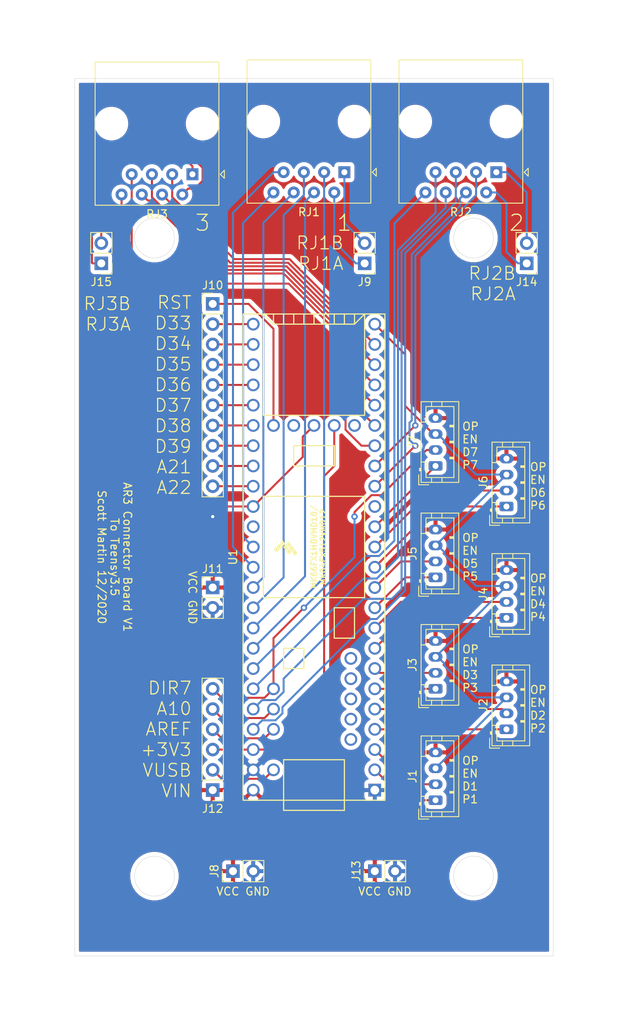
<source format=kicad_pcb>
(kicad_pcb (version 20171130) (host pcbnew 5.1.5+dfsg1-2build2)
  (layers (0 F.Cu signal) (31 B.Cu signal) (34 B.Paste user) (35 F.Paste user) (36 B.SilkS user) (37 F.SilkS user) (38 B.Mask user) (39 F.Mask user) (44 Edge.Cuts user))
  (net 0 "")
  (net 1 +3V3)
  (net 2 GND)
  (net 3 /RJ3B)
  (net 4 /RJ3A)
  (net 5 /RJ2B)
  (net 6 /RJ2A)
  (net 7 /RJ1B)
  (net 8 /RJ1A)
  (net 9 "Net-(J10-Pad10)")
  (net 10 "Net-(J10-Pad9)")
  (net 11 "Net-(J10-Pad8)")
  (net 12 "Net-(J10-Pad7)")
  (net 13 "Net-(J10-Pad6)")
  (net 14 "Net-(J10-Pad5)")
  (net 15 "Net-(J10-Pad4)")
  (net 16 "Net-(J10-Pad3)")
  (net 17 "Net-(J10-Pad2)")
  (net 18 "Net-(J10-Pad1)")
  (net 19 "Net-(J12-Pad5)")
  (net 20 "Net-(J12-Pad4)")
  (net 21 "Net-(J12-Pad2)")
  (net 22 /J1A)
  (net 23 /J1B)
  (net 24 /J2A)
  (net 25 /J2B)
  (net 26 /J3A)
  (net 27 /J3B)
  (net 28 /J4A)
  (net 29 /J4B)
  (net 30 /J5A)
  (net 31 /J5B)
  (net 32 /J6A)
  (net 33 /J6B)
  (net 34 /J1LIM)
  (net 35 /J2LIM)
  (net 36 /J3LIM)
  (net 37 /J4LIM)
  (net 38 /J5LIM)
  (net 39 /J6LIM)
  (net 40 OPTO)
  (net 41 /ENA)
  (net 42 /DIR1)
  (net 43 /PUL1)
  (net 44 /DIR2)
  (net 45 /PUL2)
  (net 46 /DIR3)
  (net 47 /PUL3)
  (net 48 /DIR4)
  (net 49 /PUL4)
  (net 50 /DIR5)
  (net 51 /PUL5)
  (net 52 /DIR6)
  (net 53 /PUL6)
  (net 54 /DIR7)
  (net 55 /PUL7)
  (module Connector_PinHeader_2.54mm:PinHeader_1x02_P2.54mm_Vertical (layer F.Cu) (at 7.62 39.37 90)
    (fp_text reference J13 (at 0 -2.33 90) (layer F.SilkS))
    (fp_text value Conn_01x02_Male)
    (pad 2 thru_hole oval (at 0 2.54 90) (size 1.7 1.7) (drill 1) (layers *.Cu *.Mask) (net 2 GND))
    (pad 1 thru_hole rect (at 0 0 90) (size 1.7 1.7) (drill 1) (layers *.Cu *.Mask) (net 40 OPTO))
  )
  (module Connector_PinHeader_2.54mm:PinHeader_1x02_P2.54mm_Vertical (layer F.Cu) (at -12.7 3.81)
    (fp_text reference J11 (at 0 -2.33) (layer F.SilkS))
    (fp_text value Conn_01x02_Male)
    (pad 2 thru_hole oval (at 0 2.54) (size 1.7 1.7) (drill 1) (layers *.Cu *.Mask) (net 2 GND))
    (pad 1 thru_hole rect (at 0 0) (size 1.7 1.7) (drill 1) (layers *.Cu *.Mask) (net 40 OPTO))
  )
  (module Connector_PinHeader_2.54mm:PinHeader_1x06_P2.54mm_Vertical (layer F.Cu) (at -12.7 29.21 180)
    (fp_text reference J12 (at 0 -2.33) (layer F.SilkS))
    (fp_text value Conn_01x06_Male)
    (pad 6 thru_hole oval (at 0 12.7 180) (size 1.7 1.7) (drill 1) (layers *.Cu *.Mask) (net 54 /DIR7))
    (pad 5 thru_hole oval (at 0 10.16 180) (size 1.7 1.7) (drill 1) (layers *.Cu *.Mask) (net 19 "Net-(J12-Pad5)"))
    (pad 4 thru_hole oval (at 0 7.62 180) (size 1.7 1.7) (drill 1) (layers *.Cu *.Mask) (net 20 "Net-(J12-Pad4)"))
    (pad 3 thru_hole oval (at 0 5.08 180) (size 1.7 1.7) (drill 1) (layers *.Cu *.Mask) (net 1 +3V3))
    (pad 2 thru_hole oval (at 0 2.54 180) (size 1.7 1.7) (drill 1) (layers *.Cu *.Mask) (net 21 "Net-(J12-Pad2)"))
    (pad 1 thru_hole rect (at 0 0 180) (size 1.7 1.7) (drill 1) (layers *.Cu *.Mask) (net 40 OPTO))
  )
  (module Connector_PinHeader_2.54mm:PinHeader_1x02_P2.54mm_Vertical (layer F.Cu) (at -26.67 -36.83 180)
    (fp_text reference J15 (at 0 -2.33) (layer F.SilkS))
    (fp_text value Conn_01x02_Male)
    (pad 2 thru_hole oval (at 0 2.54 180) (size 1.7 1.7) (drill 1) (layers *.Cu *.Mask) (net 3 /RJ3B))
    (pad 1 thru_hole rect (at 0 0 180) (size 1.7 1.7) (drill 1) (layers *.Cu *.Mask) (net 4 /RJ3A))
  )
  (module Connector_PinHeader_2.54mm:PinHeader_1x02_P2.54mm_Vertical (layer F.Cu) (at 26.67 -36.83 180)
    (fp_text reference J14 (at 0 -2.33) (layer F.SilkS))
    (fp_text value Conn_01x02_Male)
    (pad 2 thru_hole oval (at 0 2.54 180) (size 1.7 1.7) (drill 1) (layers *.Cu *.Mask) (net 5 /RJ2B))
    (pad 1 thru_hole rect (at 0 0 180) (size 1.7 1.7) (drill 1) (layers *.Cu *.Mask) (net 6 /RJ2A))
  )
  (module Connector_PinHeader_2.54mm:PinHeader_1x02_P2.54mm_Vertical (layer F.Cu) (at 6.35 -36.83 180)
    (fp_text reference J9 (at 0 -2.33) (layer F.SilkS))
    (fp_text value Conn_01x02_Male)
    (pad 2 thru_hole oval (at 0 2.54 180) (size 1.7 1.7) (drill 1) (layers *.Cu *.Mask) (net 7 /RJ1B))
    (pad 1 thru_hole rect (at 0 0 180) (size 1.7 1.7) (drill 1) (layers *.Cu *.Mask) (net 8 /RJ1A))
  )
  (module Connector_RJ:RJ45_Amphenol_54602-x08_Horizontal (layer F.Cu) (at -15.24 -48 180)
    (fp_text reference RJ3 (at 4.445 -5) (layer F.SilkS))
    (fp_text value RJ45)
    (pad 8 thru_hole circle (at 8.89 -2.54 180) (size 1.5 1.5) (drill 0.76) (layers *.Cu *.Mask) (net 34 /J1LIM))
    (pad 7 thru_hole circle (at 7.62 0 180) (size 1.5 1.5) (drill 0.76) (layers *.Cu *.Mask) (net 35 /J2LIM))
    (pad 6 thru_hole circle (at 6.35 -2.54 180) (size 1.5 1.5) (drill 0.76) (layers *.Cu *.Mask) (net 36 /J3LIM))
    (pad 5 thru_hole circle (at 5.08 0 180) (size 1.5 1.5) (drill 0.76) (layers *.Cu *.Mask) (net 37 /J4LIM))
    (pad 4 thru_hole circle (at 3.81 -2.54 180) (size 1.5 1.5) (drill 0.76) (layers *.Cu *.Mask) (net 38 /J5LIM))
    (pad 3 thru_hole circle (at 2.54 0 180) (size 1.5 1.5) (drill 0.76) (layers *.Cu *.Mask) (net 39 /J6LIM))
    (pad 2 thru_hole circle (at 1.27 -2.54 180) (size 1.5 1.5) (drill 0.76) (layers *.Cu *.Mask) (net 4 /RJ3A))
    (pad 1 thru_hole rect (at 0 0 180) (size 1.5 1.5) (drill 0.76) (layers *.Cu *.Mask) (net 3 /RJ3B))
    (pad "" np_thru_hole circle (at -1.27 6.35 180) (size 3.2 3.2) (drill 3.2) (layers *.Cu *.Mask))
    (pad "" np_thru_hole circle (at 10.16 6.35 180) (size 3.2 3.2) (drill 3.2) (layers *.Cu *.Mask))
  )
  (module Connector_RJ:RJ45_Amphenol_54602-x08_Horizontal (layer F.Cu) (at 22.86 -48.26 180)
    (fp_text reference RJ2 (at 4.445 -5) (layer F.SilkS))
    (fp_text value RJ45)
    (pad 8 thru_hole circle (at 8.89 -2.54 180) (size 1.5 1.5) (drill 0.76) (layers *.Cu *.Mask) (net 28 /J4A))
    (pad 7 thru_hole circle (at 7.62 0 180) (size 1.5 1.5) (drill 0.76) (layers *.Cu *.Mask) (net 29 /J4B))
    (pad 6 thru_hole circle (at 6.35 -2.54 180) (size 1.5 1.5) (drill 0.76) (layers *.Cu *.Mask) (net 30 /J5A))
    (pad 5 thru_hole circle (at 5.08 0 180) (size 1.5 1.5) (drill 0.76) (layers *.Cu *.Mask) (net 31 /J5B))
    (pad 4 thru_hole circle (at 3.81 -2.54 180) (size 1.5 1.5) (drill 0.76) (layers *.Cu *.Mask) (net 32 /J6A))
    (pad 3 thru_hole circle (at 2.54 0 180) (size 1.5 1.5) (drill 0.76) (layers *.Cu *.Mask) (net 33 /J6B))
    (pad 2 thru_hole circle (at 1.27 -2.54 180) (size 1.5 1.5) (drill 0.76) (layers *.Cu *.Mask) (net 6 /RJ2A))
    (pad 1 thru_hole rect (at 0 0 180) (size 1.5 1.5) (drill 0.76) (layers *.Cu *.Mask) (net 5 /RJ2B))
    (pad "" np_thru_hole circle (at -1.27 6.35 180) (size 3.2 3.2) (drill 3.2) (layers *.Cu *.Mask))
    (pad "" np_thru_hole circle (at 10.16 6.35 180) (size 3.2 3.2) (drill 3.2) (layers *.Cu *.Mask))
  )
  (module Connector_RJ:RJ45_Amphenol_54602-x08_Horizontal (layer F.Cu) (at 3.81 -48.26 180)
    (fp_text reference RJ1 (at 4.445 -5) (layer F.SilkS))
    (fp_text value RJ45)
    (pad 8 thru_hole circle (at 8.89 -2.54 180) (size 1.5 1.5) (drill 0.76) (layers *.Cu *.Mask) (net 22 /J1A))
    (pad 7 thru_hole circle (at 7.62 0 180) (size 1.5 1.5) (drill 0.76) (layers *.Cu *.Mask) (net 23 /J1B))
    (pad 6 thru_hole circle (at 6.35 -2.54 180) (size 1.5 1.5) (drill 0.76) (layers *.Cu *.Mask) (net 24 /J2A))
    (pad 5 thru_hole circle (at 5.08 0 180) (size 1.5 1.5) (drill 0.76) (layers *.Cu *.Mask) (net 25 /J2B))
    (pad 4 thru_hole circle (at 3.81 -2.54 180) (size 1.5 1.5) (drill 0.76) (layers *.Cu *.Mask) (net 26 /J3A))
    (pad 3 thru_hole circle (at 2.54 0 180) (size 1.5 1.5) (drill 0.76) (layers *.Cu *.Mask) (net 27 /J3B))
    (pad 2 thru_hole circle (at 1.27 -2.54 180) (size 1.5 1.5) (drill 0.76) (layers *.Cu *.Mask) (net 8 /RJ1A))
    (pad 1 thru_hole rect (at 0 0 180) (size 1.5 1.5) (drill 0.76) (layers *.Cu *.Mask) (net 7 /RJ1B))
    (pad "" np_thru_hole circle (at -1.27 6.35 180) (size 3.2 3.2) (drill 3.2) (layers *.Cu *.Mask))
    (pad "" np_thru_hole circle (at 10.16 6.35 180) (size 3.2 3.2) (drill 3.2) (layers *.Cu *.Mask))
  )
  (module Connector_PinHeader_2.54mm:PinHeader_1x10_P2.54mm_Vertical (layer F.Cu) (at -12.7 -31.75)
    (fp_text reference J10 (at 0 -2.33) (layer F.SilkS))
    (fp_text value Conn_01x10_Male)
    (pad 10 thru_hole oval (at 0 22.86) (size 1.7 1.7) (drill 1) (layers *.Cu *.Mask) (net 9 "Net-(J10-Pad10)"))
    (pad 9 thru_hole oval (at 0 20.32) (size 1.7 1.7) (drill 1) (layers *.Cu *.Mask) (net 10 "Net-(J10-Pad9)"))
    (pad 8 thru_hole oval (at 0 17.78) (size 1.7 1.7) (drill 1) (layers *.Cu *.Mask) (net 11 "Net-(J10-Pad8)"))
    (pad 7 thru_hole oval (at 0 15.24) (size 1.7 1.7) (drill 1) (layers *.Cu *.Mask) (net 12 "Net-(J10-Pad7)"))
    (pad 6 thru_hole oval (at 0 12.7) (size 1.7 1.7) (drill 1) (layers *.Cu *.Mask) (net 13 "Net-(J10-Pad6)"))
    (pad 5 thru_hole oval (at 0 10.16) (size 1.7 1.7) (drill 1) (layers *.Cu *.Mask) (net 14 "Net-(J10-Pad5)"))
    (pad 4 thru_hole oval (at 0 7.62) (size 1.7 1.7) (drill 1) (layers *.Cu *.Mask) (net 15 "Net-(J10-Pad4)"))
    (pad 3 thru_hole oval (at 0 5.08) (size 1.7 1.7) (drill 1) (layers *.Cu *.Mask) (net 16 "Net-(J10-Pad3)"))
    (pad 2 thru_hole oval (at 0 2.54) (size 1.7 1.7) (drill 1) (layers *.Cu *.Mask) (net 17 "Net-(J10-Pad2)"))
    (pad 1 thru_hole rect (at 0 0) (size 1.7 1.7) (drill 1) (layers *.Cu *.Mask) (net 18 "Net-(J10-Pad1)"))
  )
  (module Connector_PinHeader_2.54mm:PinHeader_1x02_P2.54mm_Vertical (layer F.Cu) (at -10.16 39.37 90)
    (fp_text reference J8 (at 0 -2.33 90) (layer F.SilkS))
    (fp_text value Conn_01x02_Male)
    (pad 2 thru_hole oval (at 0 2.54 90) (size 1.7 1.7) (drill 1) (layers *.Cu *.Mask) (net 2 GND))
    (pad 1 thru_hole rect (at 0 0 90) (size 1.7 1.7) (drill 1) (layers *.Cu *.Mask) (net 40 OPTO))
  )
  (module Connector_JST:JST_PH_B4B-PH-K_1x04_P2.00mm_Vertical (layer F.Cu) (at 15.24 -11.43 90)
    (fp_text reference J7 (at 3 -2.9 90) (layer F.SilkS))
    (fp_text value Conn_01x04_Male)
    (pad 4 thru_hole oval (at 6 0 90) (size 1.2 1.75) (drill 0.75) (layers *.Cu *.Mask) (net 40 OPTO))
    (pad 3 thru_hole oval (at 4 0 90) (size 1.2 1.75) (drill 0.75) (layers *.Cu *.Mask) (net 41 /ENA))
    (pad 2 thru_hole oval (at 2 0 90) (size 1.2 1.75) (drill 0.75) (layers *.Cu *.Mask) (net 54 /DIR7))
    (pad 1 thru_hole roundrect (at 0 0 90) (size 1.2 1.75) (drill 0.75) (layers *.Cu *.Mask) (roundrect_rratio 0.208333) (net 55 /PUL7))
  )
  (module Connector_JST:JST_PH_B4B-PH-K_1x04_P2.00mm_Vertical (layer F.Cu) (at 24.13 -6.35 90)
    (fp_text reference J6 (at 3 -2.9 90) (layer F.SilkS))
    (fp_text value Conn_01x04_Male)
    (pad 4 thru_hole oval (at 6 0 90) (size 1.2 1.75) (drill 0.75) (layers *.Cu *.Mask) (net 40 OPTO))
    (pad 3 thru_hole oval (at 4 0 90) (size 1.2 1.75) (drill 0.75) (layers *.Cu *.Mask) (net 41 /ENA))
    (pad 2 thru_hole oval (at 2 0 90) (size 1.2 1.75) (drill 0.75) (layers *.Cu *.Mask) (net 52 /DIR6))
    (pad 1 thru_hole roundrect (at 0 0 90) (size 1.2 1.75) (drill 0.75) (layers *.Cu *.Mask) (roundrect_rratio 0.208333) (net 53 /PUL6))
  )
  (module Connector_JST:JST_PH_B4B-PH-K_1x04_P2.00mm_Vertical (layer F.Cu) (at 15.24 2.54 90)
    (fp_text reference J5 (at 3 -2.9 90) (layer F.SilkS))
    (fp_text value Conn_01x04_Male)
    (pad 4 thru_hole oval (at 6 0 90) (size 1.2 1.75) (drill 0.75) (layers *.Cu *.Mask) (net 40 OPTO))
    (pad 3 thru_hole oval (at 4 0 90) (size 1.2 1.75) (drill 0.75) (layers *.Cu *.Mask) (net 41 /ENA))
    (pad 2 thru_hole oval (at 2 0 90) (size 1.2 1.75) (drill 0.75) (layers *.Cu *.Mask) (net 50 /DIR5))
    (pad 1 thru_hole roundrect (at 0 0 90) (size 1.2 1.75) (drill 0.75) (layers *.Cu *.Mask) (roundrect_rratio 0.208333) (net 51 /PUL5))
  )
  (module Connector_JST:JST_PH_B4B-PH-K_1x04_P2.00mm_Vertical (layer F.Cu) (at 24.13 7.62 90)
    (fp_text reference J4 (at 3 -2.9 90) (layer F.SilkS))
    (fp_text value Conn_01x04_Male)
    (pad 4 thru_hole oval (at 6 0 90) (size 1.2 1.75) (drill 0.75) (layers *.Cu *.Mask) (net 40 OPTO))
    (pad 3 thru_hole oval (at 4 0 90) (size 1.2 1.75) (drill 0.75) (layers *.Cu *.Mask) (net 41 /ENA))
    (pad 2 thru_hole oval (at 2 0 90) (size 1.2 1.75) (drill 0.75) (layers *.Cu *.Mask) (net 48 /DIR4))
    (pad 1 thru_hole roundrect (at 0 0 90) (size 1.2 1.75) (drill 0.75) (layers *.Cu *.Mask) (roundrect_rratio 0.208333) (net 49 /PUL4))
  )
  (module Connector_JST:JST_PH_B4B-PH-K_1x04_P2.00mm_Vertical (layer F.Cu) (at 15.24 16.51 90)
    (fp_text reference J3 (at 3 -2.9 90) (layer F.SilkS))
    (fp_text value Conn_01x04_Male)
    (pad 4 thru_hole oval (at 6 0 90) (size 1.2 1.75) (drill 0.75) (layers *.Cu *.Mask) (net 40 OPTO))
    (pad 3 thru_hole oval (at 4 0 90) (size 1.2 1.75) (drill 0.75) (layers *.Cu *.Mask) (net 41 /ENA))
    (pad 2 thru_hole oval (at 2 0 90) (size 1.2 1.75) (drill 0.75) (layers *.Cu *.Mask) (net 46 /DIR3))
    (pad 1 thru_hole roundrect (at 0 0 90) (size 1.2 1.75) (drill 0.75) (layers *.Cu *.Mask) (roundrect_rratio 0.208333) (net 47 /PUL3))
  )
  (module Connector_JST:JST_PH_B4B-PH-K_1x04_P2.00mm_Vertical (layer F.Cu) (at 24.13 21.59 90)
    (fp_text reference J2 (at 3 -2.9 90) (layer F.SilkS))
    (fp_text value Conn_01x04_Male)
    (pad 4 thru_hole oval (at 6 0 90) (size 1.2 1.75) (drill 0.75) (layers *.Cu *.Mask) (net 40 OPTO))
    (pad 3 thru_hole oval (at 4 0 90) (size 1.2 1.75) (drill 0.75) (layers *.Cu *.Mask) (net 41 /ENA))
    (pad 2 thru_hole oval (at 2 0 90) (size 1.2 1.75) (drill 0.75) (layers *.Cu *.Mask) (net 44 /DIR2))
    (pad 1 thru_hole roundrect (at 0 0 90) (size 1.2 1.75) (drill 0.75) (layers *.Cu *.Mask) (roundrect_rratio 0.208333) (net 45 /PUL2))
  )
  (module Connector_JST:JST_PH_B4B-PH-K_1x04_P2.00mm_Vertical (layer F.Cu) (at 15.24 30.48 90)
    (fp_text reference J1 (at 3 -2.9 90) (layer F.SilkS))
    (fp_text value Conn_01x04_Male)
    (pad 4 thru_hole oval (at 6 0 90) (size 1.2 1.75) (drill 0.75) (layers *.Cu *.Mask) (net 40 OPTO))
    (pad 3 thru_hole oval (at 4 0 90) (size 1.2 1.75) (drill 0.75) (layers *.Cu *.Mask) (net 41 /ENA))
    (pad 2 thru_hole oval (at 2 0 90) (size 1.2 1.75) (drill 0.75) (layers *.Cu *.Mask) (net 42 /DIR1))
    (pad 1 thru_hole roundrect (at 0 0 90) (size 1.2 1.75) (drill 0.75) (layers *.Cu *.Mask) (roundrect_rratio 0.208333) (net 43 /PUL1))
  )
  (module Teensy35:Teensy35_36 (layer F.Cu) (at 0 0 90)
    (fp_text reference U1 (at 0 -10.16 90) (layer F.SilkS))
    (fp_text value Teensy3.5)
    (fp_text user MK66FX1MBVMD18/ (at 1.27 0 90) (layer F.SilkS) (effects (font (size 0.7 0.7))))
    (fp_text user MK64FX512VMD12 (at 1.27 1.143 90) (layer F.SilkS) (effects (font (size 0.7 0.7))))
    (pad 17 thru_hole circle (at 11.43 7.62 90) (size 1.6 1.6) (drill 1.1) (layers *.Cu *.Mask) (net 33 /J6B))
    (pad 18 thru_hole circle (at 13.97 7.62 90) (size 1.6 1.6) (drill 1.1) (layers *.Cu *.Mask) (net 34 /J1LIM))
    (pad 19 thru_hole circle (at 16.51 7.62 90) (size 1.6 1.6) (drill 1.1) (layers *.Cu *.Mask) (net 35 /J2LIM))
    (pad 20 thru_hole circle (at 19.05 7.62 90) (size 1.6 1.6) (drill 1.1) (layers *.Cu *.Mask) (net 36 /J3LIM))
    (pad 16 thru_hole circle (at 8.89 7.62 90) (size 1.6 1.6) (drill 1.1) (layers *.Cu *.Mask) (net 32 /J6A))
    (pad 15 thru_hole circle (at 6.35 7.62 90) (size 1.6 1.6) (drill 1.1) (layers *.Cu *.Mask))
    (pad 14 thru_hole circle (at 3.81 7.62 90) (size 1.6 1.6) (drill 1.1) (layers *.Cu *.Mask) (net 55 /PUL7))
    (pad 21 thru_hole circle (at 21.59 7.62 90) (size 1.6 1.6) (drill 1.1) (layers *.Cu *.Mask) (net 37 /J4LIM))
    (pad 22 thru_hole circle (at 24.13 7.62 90) (size 1.6 1.6) (drill 1.1) (layers *.Cu *.Mask) (net 38 /J5LIM))
    (pad 23 thru_hole circle (at 26.67 7.62 90) (size 1.6 1.6) (drill 1.1) (layers *.Cu *.Mask) (net 39 /J6LIM))
    (pad 24 thru_hole circle (at 29.21 7.62 90) (size 1.6 1.6) (drill 1.1) (layers *.Cu *.Mask) (net 41 /ENA))
    (pad 25 thru_hole circle (at 16.51 5.08 90) (size 1.6 1.6) (drill 1.1) (layers *.Cu *.Mask))
    (pad 26 thru_hole circle (at 16.51 2.54 90) (size 1.6 1.6) (drill 1.1) (layers *.Cu *.Mask) (net 1 +3V3))
    (pad 27 thru_hole circle (at 16.51 0 90) (size 1.6 1.6) (drill 1.1) (layers *.Cu *.Mask) (net 2 GND))
    (pad 28 thru_hole circle (at 16.51 -2.54 90) (size 1.6 1.6) (drill 1.1) (layers *.Cu *.Mask))
    (pad 29 thru_hole circle (at 16.51 -5.08 90) (size 1.6 1.6) (drill 1.1) (layers *.Cu *.Mask) (net 18 "Net-(J10-Pad1)"))
    (pad 30 thru_hole circle (at 29.21 -7.62 90) (size 1.6 1.6) (drill 1.1) (layers *.Cu *.Mask) (net 17 "Net-(J10-Pad2)"))
    (pad 31 thru_hole circle (at 26.67 -7.62 90) (size 1.6 1.6) (drill 1.1) (layers *.Cu *.Mask) (net 16 "Net-(J10-Pad3)"))
    (pad 32 thru_hole circle (at 24.13 -7.62 90) (size 1.6 1.6) (drill 1.1) (layers *.Cu *.Mask) (net 15 "Net-(J10-Pad4)"))
    (pad 33 thru_hole circle (at 21.59 -7.62 90) (size 1.6 1.6) (drill 1.1) (layers *.Cu *.Mask) (net 14 "Net-(J10-Pad5)"))
    (pad 34 thru_hole circle (at 19.05 -7.62 90) (size 1.6 1.6) (drill 1.1) (layers *.Cu *.Mask) (net 13 "Net-(J10-Pad6)"))
    (pad 35 thru_hole circle (at 16.51 -7.62 90) (size 1.6 1.6) (drill 1.1) (layers *.Cu *.Mask) (net 12 "Net-(J10-Pad7)"))
    (pad 36 thru_hole circle (at 13.97 -7.62 90) (size 1.6 1.6) (drill 1.1) (layers *.Cu *.Mask) (net 11 "Net-(J10-Pad8)"))
    (pad 37 thru_hole circle (at 11.43 -7.62 90) (size 1.6 1.6) (drill 1.1) (layers *.Cu *.Mask) (net 10 "Net-(J10-Pad9)"))
    (pad 13 thru_hole circle (at 1.27 7.62 90) (size 1.6 1.6) (drill 1.1) (layers *.Cu *.Mask) (net 52 /DIR6))
    (pad 12 thru_hole circle (at -1.27 7.62 90) (size 1.6 1.6) (drill 1.1) (layers *.Cu *.Mask) (net 53 /PUL6))
    (pad 11 thru_hole circle (at -3.81 7.62 90) (size 1.6 1.6) (drill 1.1) (layers *.Cu *.Mask) (net 50 /DIR5))
    (pad 10 thru_hole circle (at -6.35 7.62 90) (size 1.6 1.6) (drill 1.1) (layers *.Cu *.Mask) (net 51 /PUL5))
    (pad 9 thru_hole circle (at -8.89 7.62 90) (size 1.6 1.6) (drill 1.1) (layers *.Cu *.Mask) (net 48 /DIR4))
    (pad 8 thru_hole circle (at -11.43 7.62 90) (size 1.6 1.6) (drill 1.1) (layers *.Cu *.Mask) (net 49 /PUL4))
    (pad 7 thru_hole circle (at -13.97 7.62 90) (size 1.6 1.6) (drill 1.1) (layers *.Cu *.Mask) (net 46 /DIR3))
    (pad 6 thru_hole circle (at -16.51 7.62 90) (size 1.6 1.6) (drill 1.1) (layers *.Cu *.Mask) (net 47 /PUL3))
    (pad 5 thru_hole circle (at -19.05 7.62 90) (size 1.6 1.6) (drill 1.1) (layers *.Cu *.Mask) (net 44 /DIR2))
    (pad 4 thru_hole circle (at -21.59 7.62 90) (size 1.6 1.6) (drill 1.1) (layers *.Cu *.Mask) (net 45 /PUL2))
    (pad 3 thru_hole circle (at -24.13 7.62 90) (size 1.6 1.6) (drill 1.1) (layers *.Cu *.Mask) (net 42 /DIR1))
    (pad 2 thru_hole circle (at -26.67 7.62 90) (size 1.6 1.6) (drill 1.1) (layers *.Cu *.Mask) (net 43 /PUL1))
    (pad 1 thru_hole rect (at -29.21 7.62 90) (size 1.6 1.6) (drill 1.1) (layers *.Cu *.Mask) (net 2 GND))
    (pad 38 thru_hole circle (at 8.89 -7.62 90) (size 1.6 1.6) (drill 1.1) (layers *.Cu *.Mask) (net 9 "Net-(J10-Pad10)"))
    (pad 39 thru_hole circle (at 6.35 -7.62 90) (size 1.6 1.6) (drill 1.1) (layers *.Cu *.Mask) (net 2 GND))
    (pad 40 thru_hole circle (at 3.81 -7.62 90) (size 1.6 1.6) (drill 1.1) (layers *.Cu *.Mask))
    (pad 41 thru_hole circle (at 1.27 -7.62 90) (size 1.6 1.6) (drill 1.1) (layers *.Cu *.Mask) (net 22 /J1A))
    (pad 42 thru_hole circle (at -1.27 -7.62 90) (size 1.6 1.6) (drill 1.1) (layers *.Cu *.Mask) (net 23 /J1B))
    (pad 43 thru_hole circle (at -3.81 -7.62 90) (size 1.6 1.6) (drill 1.1) (layers *.Cu *.Mask) (net 24 /J2A))
    (pad 44 thru_hole circle (at -6.35 -7.62 90) (size 1.6 1.6) (drill 1.1) (layers *.Cu *.Mask) (net 25 /J2B))
    (pad 45 thru_hole circle (at -8.89 -7.62 90) (size 1.6 1.6) (drill 1.1) (layers *.Cu *.Mask) (net 26 /J3A))
    (pad 46 thru_hole circle (at -11.43 -7.62 90) (size 1.6 1.6) (drill 1.1) (layers *.Cu *.Mask) (net 27 /J3B))
    (pad 47 thru_hole circle (at -13.97 -7.62 90) (size 1.6 1.6) (drill 1.1) (layers *.Cu *.Mask) (net 28 /J4A))
    (pad 48 thru_hole circle (at -16.51 -7.62 90) (size 1.6 1.6) (drill 1.1) (layers *.Cu *.Mask) (net 29 /J4B))
    (pad 49 thru_hole circle (at -19.05 -7.62 90) (size 1.6 1.6) (drill 1.1) (layers *.Cu *.Mask) (net 30 /J5A))
    (pad 50 thru_hole circle (at -21.59 -7.62 90) (size 1.6 1.6) (drill 1.1) (layers *.Cu *.Mask) (net 31 /J5B))
    (pad 51 thru_hole circle (at -24.13 -7.62 90) (size 1.6 1.6) (drill 1.1) (layers *.Cu *.Mask) (net 1 +3V3))
    (pad 52 thru_hole circle (at -26.67 -7.62 90) (size 1.6 1.6) (drill 1.1) (layers *.Cu *.Mask) (net 2 GND))
    (pad 53 thru_hole circle (at -29.21 -7.62 90) (size 1.6 1.6) (drill 1.1) (layers *.Cu *.Mask) (net 40 OPTO))
    (pad 54 thru_hole circle (at -26.67 -5.08 90) (size 1.6 1.6) (drill 1.1) (layers *.Cu *.Mask) (net 21 "Net-(J12-Pad2)"))
    (pad 55 thru_hole circle (at -21.59 -5.08 90) (size 1.6 1.6) (drill 1.1) (layers *.Cu *.Mask) (net 20 "Net-(J12-Pad4)"))
    (pad 56 thru_hole circle (at -19.05 -5.08 90) (size 1.6 1.6) (drill 1.1) (layers *.Cu *.Mask) (net 19 "Net-(J12-Pad5)"))
    (pad 57 thru_hole circle (at -16.51 -5.08 90) (size 1.6 1.6) (drill 1.1) (layers *.Cu *.Mask) (net 54 /DIR7))
    (pad 58 thru_hole circle (at -22.86 4.62 90) (size 1.6 1.6) (drill 1.1) (layers *.Cu *.Mask))
    (pad 59 thru_hole circle (at -20.32 4.62 90) (size 1.6 1.6) (drill 1.1) (layers *.Cu *.Mask))
    (pad 60 thru_hole circle (at -17.78 4.62 90) (size 1.6 1.6) (drill 1.1) (layers *.Cu *.Mask))
    (pad 61 thru_hole circle (at -15.24 4.62 90) (size 1.6 1.6) (drill 1.1) (layers *.Cu *.Mask))
    (pad 62 thru_hole circle (at -12.7 4.62 90) (size 1.6 1.6) (drill 1.1) (layers *.Cu *.Mask))
  )
  (gr_text 1 (at 3.81 -41.91) (layer F.SilkS) (effects (font (size 2 2))))
  (gr_text 2 (at 25.4 -41.91) (layer F.SilkS) (effects (font (size 2 2))))
  (gr_text 3 (at -13.97 -41.91) (layer F.SilkS) (effects (font (size 2 2))))
  (gr_text "OP\nEN\nD4\nP4" (at 27 5.08) (layer F.SilkS) (effects (font (size 1 1)) (justify left)))
  (gr_text "OP\nEN\nD2\nP2" (at 27 19.05) (layer F.SilkS) (effects (font (size 1 1)) (justify left)))
  (gr_text "OP\nEN\nD1\nP1" (at 18.5 27.94) (layer F.SilkS) (effects (font (size 1 1)) (justify left)))
  (gr_text "OP\nEN\nD3\nP3" (at 18.5 13.97) (layer F.SilkS) (effects (font (size 1 1)) (justify left)))
  (gr_text "OP\nEN\nD5\nP5" (at 18.5 0) (layer F.SilkS) (effects (font (size 1 1)) (justify left)))
  (gr_text "OP\nEN\nD6\nP6" (at 27 -8.89) (layer F.SilkS) (effects (font (size 1 1)) (justify left)))
  (gr_text "OP\nEN\nD7\nP7" (at 18.5 -13.97) (layer F.SilkS) (effects (font (size 1 1)) (justify left)))
  (gr_text "RJ3B\nRJ3A" (at -22.86 -30.48) (layer F.SilkS) (effects (font (size 1.6 1.6)) (justify right)))
  (gr_text "RJ2B\nRJ2A" (at 25.4 -34.29) (layer F.SilkS) (effects (font (size 1.6 1.6)) (justify right)))
  (gr_text "RJ1B\nRJ1A" (at 3.81 -38.1) (layer F.SilkS) (effects (font (size 1.6 1.6)) (justify right)))
  (gr_text "RST\nD33\nD34\nD35\nD36\nD37\nD38\nD39\nA21\nA22" (at -15.24 -20.32) (layer F.SilkS) (effects (font (size 1.6 1.6)) (justify right)))
  (gr_text "DIR7\nA10\nAREF\n+3V3\nVUSB\nVIN" (at -15.24 22.86) (layer F.SilkS) (effects (font (size 1.6 1.6)) (justify right)))
  (gr_text "VCC GND" (at 8.89 41.91) (layer F.SilkS) (effects (font (size 1 1))))
  (gr_text "VCC GND" (at -8.89 41.91) (layer F.SilkS) (effects (font (size 1 1))))
  (gr_text "VCC GND" (at -15.24 5.08 270) (layer F.SilkS) (effects (font (size 1 1))))
  (gr_text "AR3 Connector Board V1\nTo Teensy3.5\nScott Martin 12/2020" (at -25 0 270) (layer F.SilkS) (effects (font (size 1 1))))
  (gr_circle (center -20 40) (end -17.5 40) (layer Edge.Cuts) (width 0.05))
  (gr_circle (center 20 40) (end 22.5 40) (layer Edge.Cuts) (width 0.05))
  (gr_circle (center 20 -40) (end 22.5 -40) (layer Edge.Cuts) (width 0.05))
  (gr_circle (center -20 -40) (end -17.5 -40) (layer Edge.Cuts) (width 0.05))
  (gr_line (start -30 50) (end -30 -60) (layer Edge.Cuts) (width 0.05))
  (gr_line (start 30 50) (end -30 50) (layer Edge.Cuts) (width 0.05))
  (gr_line (start 30 -60) (end 30 50) (layer Edge.Cuts) (width 0.05))
  (gr_line (start -30 -60) (end 30 -60) (layer Edge.Cuts) (width 0.05))
  (segment (start -7.62 24.13) (end -12.7 24.13) (width 0.25) (layer F.Cu) (net 1))
  (segment (start -5.08 24.13) (end -7.62 24.13) (width 0.25) (layer F.Cu) (net 1))
  (segment (start 1.27 -10.16) (end 1.27 17.78) (width 0.25) (layer F.Cu) (net 1))
  (segment (start 2.54 -11.43) (end 1.27 -10.16) (width 0.25) (layer F.Cu) (net 1))
  (segment (start 1.27 17.78) (end -5.08 24.13) (width 0.25) (layer F.Cu) (net 1))
  (segment (start 2.54 -16.51) (end 2.54 -11.43) (width 0.25) (layer F.Cu) (net 1))
  (segment (start -0.799999 -15.710001) (end 0 -16.51) (width 0.25) (layer F.Cu) (net 2))
  (segment (start -1.414999 -15.095001) (end -0.799999 -15.710001) (width 0.25) (layer F.Cu) (net 2))
  (segment (start -1.414999 -12.555001) (end -1.414999 -15.095001) (width 0.25) (layer F.Cu) (net 2))
  (segment (start -7.62 -6.35) (end -1.414999 -12.555001) (width 0.25) (layer F.Cu) (net 2))
  (via (at -12.7 -5.08) (size 0.8) (drill 0.4) (layers F.Cu B.Cu) (net 2))
  (segment (start -11.43 -6.35) (end -12.7 -5.08) (width 0.25) (layer F.Cu) (net 2))
  (segment (start -7.62 -6.35) (end -11.43 -6.35) (width 0.25) (layer F.Cu) (net 2))
  (segment (start -12.7 -5.08) (end -12.7 -3.81) (width 0.25) (layer B.Cu) (net 2))
  (segment (start -15.77 -49.53) (end -25.4 -49.53) (width 0.25) (layer F.Cu) (net 3))
  (segment (start -26.67 -48.26) (end -26.67 -40.572081) (width 0.25) (layer F.Cu) (net 3))
  (segment (start -15.24 -48) (end -15.24 -49) (width 0.25) (layer F.Cu) (net 3))
  (segment (start -15.24 -49) (end -15.77 -49.53) (width 0.25) (layer F.Cu) (net 3))
  (segment (start -25.4 -49.53) (end -26.67 -48.26) (width 0.25) (layer F.Cu) (net 3))
  (segment (start -26.67 -40.572081) (end -26.67 -39.37) (width 0.25) (layer F.Cu) (net 3))
  (segment (start -27.845001 -36.905001) (end -27.77 -36.83) (width 0.25) (layer F.Cu) (net 4))
  (segment (start -13.97 -48.815002) (end -15.954998 -50.8) (width 0.25) (layer F.Cu) (net 4))
  (segment (start -13.97 -47.184998) (end -13.97 -48.815002) (width 0.25) (layer F.Cu) (net 4))
  (segment (start -27.77 -36.83) (end -26.67 -36.83) (width 0.25) (layer F.Cu) (net 4))
  (segment (start -25.4 -50.8) (end -27.845001 -48.354999) (width 0.25) (layer F.Cu) (net 4))
  (segment (start -14.944999 -46.209999) (end -13.97 -47.184998) (width 0.25) (layer F.Cu) (net 4))
  (segment (start -27.845001 -48.354999) (end -27.845001 -36.905001) (width 0.25) (layer F.Cu) (net 4))
  (segment (start -15.954998 -50.8) (end -25.4 -50.8) (width 0.25) (layer F.Cu) (net 4))
  (segment (start -15.760001 -46.209999) (end -14.944999 -46.209999) (width 0.25) (layer F.Cu) (net 4))
  (segment (start -16.51 -45.46) (end -15.760001 -46.209999) (width 0.25) (layer F.Cu) (net 4))
  (segment (start 22.86 -48.26) (end 24.13 -48.26) (width 0.25) (layer B.Cu) (net 5))
  (segment (start 26.67 -45.72) (end 26.67 -39.37) (width 0.25) (layer B.Cu) (net 5))
  (segment (start 24.13 -48.26) (end 26.67 -45.72) (width 0.25) (layer B.Cu) (net 5))
  (segment (start 21.59 -45.72) (end 22.86 -45.72) (width 0.25) (layer B.Cu) (net 6))
  (segment (start 22.86 -45.72) (end 24.13 -44.45) (width 0.25) (layer B.Cu) (net 6))
  (segment (start 25.57 -36.83) (end 26.67 -36.83) (width 0.25) (layer B.Cu) (net 6))
  (segment (start 24.13 -38.27) (end 25.57 -36.83) (width 0.25) (layer B.Cu) (net 6))
  (segment (start 24.13 -44.45) (end 24.13 -38.27) (width 0.25) (layer B.Cu) (net 6))
  (segment (start 3.81 -41.91) (end 6.35 -39.37) (width 0.25) (layer B.Cu) (net 7))
  (segment (start 3.81 -48.26) (end 3.81 -41.91) (width 0.25) (layer B.Cu) (net 7))
  (segment (start 5.25 -36.83) (end 6.35 -36.83) (width 0.25) (layer B.Cu) (net 8))
  (segment (start 2.54 -39.54) (end 5.25 -36.83) (width 0.25) (layer B.Cu) (net 8))
  (segment (start 2.54 -45.72) (end 2.54 -39.54) (width 0.25) (layer B.Cu) (net 8))
  (segment (start -12.7 -8.89) (end -7.62 -8.89) (width 0.25) (layer F.Cu) (net 9))
  (segment (start -7.62 -11.43) (end -12.7 -11.43) (width 0.25) (layer F.Cu) (net 10))
  (segment (start -12.7 -13.97) (end -7.62 -13.97) (width 0.25) (layer F.Cu) (net 11))
  (segment (start -7.62 -16.51) (end -12.7 -16.51) (width 0.25) (layer F.Cu) (net 12))
  (segment (start -12.7 -19.05) (end -7.62 -19.05) (width 0.25) (layer F.Cu) (net 13))
  (segment (start -7.62 -21.59) (end -12.7 -21.59) (width 0.25) (layer F.Cu) (net 14))
  (segment (start -12.7 -24.13) (end -7.62 -24.13) (width 0.25) (layer F.Cu) (net 15))
  (segment (start -7.62 -26.67) (end -12.7 -26.67) (width 0.25) (layer F.Cu) (net 16))
  (segment (start -7.62 -29.21) (end -12.7 -29.21) (width 0.25) (layer F.Cu) (net 17))
  (segment (start -5.08 -17.64137) (end -5.08 -16.51) (width 0.25) (layer F.Cu) (net 18))
  (segment (start -12.7 -31.75) (end -8.203823 -31.75) (width 0.25) (layer F.Cu) (net 18))
  (segment (start -8.203823 -31.75) (end -5.08 -28.626177) (width 0.25) (layer F.Cu) (net 18))
  (segment (start -5.08 -28.626177) (end -5.08 -17.64137) (width 0.25) (layer F.Cu) (net 18))
  (segment (start -6.205001 20.175001) (end -5.879999 19.849999) (width 0.25) (layer F.Cu) (net 19))
  (segment (start -5.879999 19.849999) (end -5.08 19.05) (width 0.25) (layer F.Cu) (net 19))
  (segment (start -11.574999 20.175001) (end -6.205001 20.175001) (width 0.25) (layer F.Cu) (net 19))
  (segment (start -12.7 19.05) (end -11.574999 20.175001) (width 0.25) (layer F.Cu) (net 19))
  (segment (start -12.7 21.59) (end -11.574999 22.715001) (width 0.25) (layer F.Cu) (net 20))
  (segment (start -11.574999 22.715001) (end -6.205001 22.715001) (width 0.25) (layer F.Cu) (net 20))
  (segment (start -6.205001 22.715001) (end -5.879999 22.389999) (width 0.25) (layer F.Cu) (net 20))
  (segment (start -5.879999 22.389999) (end -5.08 21.59) (width 0.25) (layer F.Cu) (net 20))
  (segment (start -5.879999 27.469999) (end -5.08 26.67) (width 0.25) (layer F.Cu) (net 21))
  (segment (start -6.205001 27.795001) (end -5.879999 27.469999) (width 0.25) (layer F.Cu) (net 21))
  (segment (start -11.574999 27.795001) (end -6.205001 27.795001) (width 0.25) (layer F.Cu) (net 21))
  (segment (start -12.7 26.67) (end -11.574999 27.795001) (width 0.25) (layer F.Cu) (net 21))
  (segment (start -5.08 -45.72) (end -8.89 -41.91) (width 0.25) (layer B.Cu) (net 22))
  (segment (start -8.89 -2.54) (end -7.62 -1.27) (width 0.25) (layer B.Cu) (net 22))
  (segment (start -8.89 -41.91) (end -8.89 -2.54) (width 0.25) (layer B.Cu) (net 22))
  (segment (start -7.62 1.27) (end -10.16 -1.27) (width 0.25) (layer B.Cu) (net 23))
  (segment (start -10.16 -1.27) (end -10.16 -43.18) (width 0.25) (layer B.Cu) (net 23))
  (segment (start -5.08 -48.26) (end -3.81 -48.26) (width 0.25) (layer B.Cu) (net 23))
  (segment (start -10.16 -43.18) (end -5.08 -48.26) (width 0.25) (layer B.Cu) (net 23))
  (segment (start -2.54 -45.72) (end -5.08 -43.18) (width 0.25) (layer B.Cu) (net 24))
  (segment (start -5.08 -43.18) (end -6.35 -41.91) (width 0.25) (layer B.Cu) (net 24))
  (segment (start -6.35 2.54) (end -7.62 3.81) (width 0.25) (layer B.Cu) (net 24))
  (segment (start -6.35 -41.91) (end -6.35 2.54) (width 0.25) (layer B.Cu) (net 24))
  (segment (start -1.27 -45.398998) (end -3.81 -42.858998) (width 0.25) (layer B.Cu) (net 25))
  (segment (start -1.27 -48.26) (end -1.27 -45.398998) (width 0.25) (layer B.Cu) (net 25))
  (segment (start -3.81 2.54) (end -7.62 6.35) (width 0.25) (layer B.Cu) (net 25))
  (segment (start -3.81 -42.858998) (end -3.81 2.54) (width 0.25) (layer B.Cu) (net 25))
  (segment (start -6.820001 8.090001) (end -7.62 8.89) (width 0.25) (layer B.Cu) (net 26))
  (segment (start -1.125001 2.395001) (end -6.820001 8.090001) (width 0.25) (layer B.Cu) (net 26))
  (segment (start -1.125001 -44.594999) (end -1.125001 2.395001) (width 0.25) (layer B.Cu) (net 26))
  (segment (start 0 -45.72) (end -1.125001 -44.594999) (width 0.25) (layer B.Cu) (net 26))
  (segment (start 1.27 2.54) (end -7.62 11.43) (width 0.25) (layer B.Cu) (net 27))
  (segment (start 1.27 -48.26) (end 1.27 2.54) (width 0.25) (layer B.Cu) (net 27))
  (segment (start 8.160001 -0.144999) (end 10.079967 -2.064965) (width 0.25) (layer B.Cu) (net 28))
  (segment (start 10.079967 -2.064965) (end 10.079967 -41.829967) (width 0.25) (layer B.Cu) (net 28))
  (segment (start -7.62 13.97) (end 6.494999 -0.144999) (width 0.25) (layer B.Cu) (net 28))
  (segment (start 10.079967 -41.829967) (end 13.220001 -44.970001) (width 0.25) (layer B.Cu) (net 28))
  (segment (start 6.494999 -0.144999) (end 8.160001 -0.144999) (width 0.25) (layer B.Cu) (net 28))
  (segment (start 13.220001 -44.970001) (end 13.97 -45.72) (width 0.25) (layer B.Cu) (net 28))
  (segment (start 6.205001 2.684999) (end -6.820001 15.710001) (width 0.25) (layer B.Cu) (net 29))
  (segment (start 15.24 -48.26) (end 15.24 -43.185643) (width 0.25) (layer B.Cu) (net 29))
  (segment (start 15.24 -43.185643) (end 10.529978 -38.475621) (width 0.25) (layer B.Cu) (net 29))
  (segment (start 10.529978 -38.475621) (end 10.529978 0.025024) (width 0.25) (layer B.Cu) (net 29))
  (segment (start 7.870003 2.684999) (end 6.205001 2.684999) (width 0.25) (layer B.Cu) (net 29))
  (segment (start -6.820001 15.710001) (end -7.62 16.51) (width 0.25) (layer B.Cu) (net 29))
  (segment (start 10.529978 0.025024) (end 7.870003 2.684999) (width 0.25) (layer B.Cu) (net 29))
  (segment (start -3.81 16.905002) (end -4.829997 17.924999) (width 0.25) (layer B.Cu) (net 30))
  (segment (start -4.829997 17.924999) (end -6.494999 17.924999) (width 0.25) (layer B.Cu) (net 30))
  (segment (start 6.205001 5.224999) (end -3.81 15.24) (width 0.25) (layer B.Cu) (net 30))
  (segment (start 10.979989 -38.289222) (end 10.979989 4.018603) (width 0.25) (layer B.Cu) (net 30))
  (segment (start -6.494999 17.924999) (end -6.820001 18.250001) (width 0.25) (layer B.Cu) (net 30))
  (segment (start 10.979989 4.018603) (end 9.773593 5.224999) (width 0.25) (layer B.Cu) (net 30))
  (segment (start 16.51 -45.72) (end 16.51 -43.819233) (width 0.25) (layer B.Cu) (net 30))
  (segment (start 9.773593 5.224999) (end 6.205001 5.224999) (width 0.25) (layer B.Cu) (net 30))
  (segment (start -3.81 15.24) (end -3.81 16.905002) (width 0.25) (layer B.Cu) (net 30))
  (segment (start -6.820001 18.250001) (end -7.62 19.05) (width 0.25) (layer B.Cu) (net 30))
  (segment (start 16.51 -43.819233) (end 10.979989 -38.289222) (width 0.25) (layer B.Cu) (net 30))
  (segment (start -6.494999 20.464999) (end -6.820001 20.790001) (width 0.25) (layer B.Cu) (net 31))
  (segment (start 7.079999 7.764999) (end -3.954999 18.799997) (width 0.25) (layer B.Cu) (net 31))
  (segment (start 11.43 4.205002) (end 7.870003 7.764999) (width 0.25) (layer B.Cu) (net 31))
  (segment (start 17.78 -48.26) (end 17.78 -44.452822) (width 0.25) (layer B.Cu) (net 31))
  (segment (start 11.43 -38.102822) (end 11.43 4.205002) (width 0.25) (layer B.Cu) (net 31))
  (segment (start 17.78 -44.452822) (end 11.43 -38.102822) (width 0.25) (layer B.Cu) (net 31))
  (segment (start 7.870003 7.764999) (end 7.079999 7.764999) (width 0.25) (layer B.Cu) (net 31))
  (segment (start -3.954999 18.799997) (end -3.954999 19.590001) (width 0.25) (layer B.Cu) (net 31))
  (segment (start -6.820001 20.790001) (end -7.62 21.59) (width 0.25) (layer B.Cu) (net 31))
  (segment (start -3.954999 19.590001) (end -4.829997 20.464999) (width 0.25) (layer B.Cu) (net 31))
  (segment (start -4.829997 20.464999) (end -6.494999 20.464999) (width 0.25) (layer B.Cu) (net 31))
  (via (at 12.7 -13.97) (size 0.8) (drill 0.4) (layers F.Cu B.Cu) (net 32))
  (segment (start 12.7 -13.97) (end 7.62 -8.89) (width 0.25) (layer F.Cu) (net 32))
  (segment (start 18.300001 -44.970001) (end 18.300001 -44.01541) (width 0.25) (layer B.Cu) (net 32))
  (segment (start 12.249989 -37.965398) (end 12.249989 -17.132993) (width 0.25) (layer B.Cu) (net 32))
  (segment (start 19.05 -45.72) (end 18.300001 -44.970001) (width 0.25) (layer B.Cu) (net 32))
  (segment (start 18.300001 -44.01541) (end 12.249989 -37.965398) (width 0.25) (layer B.Cu) (net 32))
  (segment (start 12.249989 -17.132993) (end 11.974998 -16.858002) (width 0.25) (layer B.Cu) (net 32))
  (segment (start 11.974998 -16.858002) (end 11.974998 -14.695002) (width 0.25) (layer B.Cu) (net 32))
  (segment (start 11.974998 -14.695002) (end 12.300001 -14.369999) (width 0.25) (layer B.Cu) (net 32))
  (segment (start 12.300001 -14.369999) (end 12.7 -13.97) (width 0.25) (layer B.Cu) (net 32))
  (via (at 12.7 -16.51) (size 0.8) (drill 0.4) (layers F.Cu B.Cu) (net 33))
  (segment (start 12.7 -16.51) (end 7.62 -11.43) (width 0.25) (layer F.Cu) (net 33))
  (segment (start 12.7 -37.778998) (end 20.32 -45.398998) (width 0.25) (layer B.Cu) (net 33))
  (segment (start 20.32 -45.398998) (end 20.32 -48.26) (width 0.25) (layer B.Cu) (net 33))
  (segment (start 12.7 -16.51) (end 12.7 -37.778998) (width 0.25) (layer B.Cu) (net 33))
  (segment (start 5.954998 -13.97) (end 7.62 -13.97) (width 0.25) (layer F.Cu) (net 34))
  (segment (start 3.954999 -15.969999) (end 5.954998 -13.97) (width 0.25) (layer F.Cu) (net 34))
  (segment (start 3.954999 -27.158591) (end 3.954999 -15.969999) (width 0.25) (layer F.Cu) (net 34))
  (segment (start -20.32 -34.29) (end -3.17641 -34.29) (width 0.25) (layer F.Cu) (net 34))
  (segment (start -24.13 -38.1) (end -20.32 -34.29) (width 0.25) (layer F.Cu) (net 34))
  (segment (start -3.17641 -34.29) (end 3.954999 -27.158591) (width 0.25) (layer F.Cu) (net 34))
  (segment (start -24.13 -45.46) (end -24.13 -38.1) (width 0.25) (layer F.Cu) (net 34))
  (segment (start 5.080005 -19.049995) (end 6.820001 -17.309999) (width 0.25) (layer F.Cu) (net 35))
  (segment (start -3.81 -35.56) (end 5.080005 -26.669995) (width 0.25) (layer F.Cu) (net 35))
  (segment (start -22.86 -38.136444) (end -20.283556 -35.56) (width 0.25) (layer F.Cu) (net 35))
  (segment (start 6.820001 -17.309999) (end 7.62 -16.51) (width 0.25) (layer F.Cu) (net 35))
  (segment (start -22.86 -48) (end -22.86 -38.136444) (width 0.25) (layer F.Cu) (net 35))
  (segment (start -20.283556 -35.56) (end -3.81 -35.56) (width 0.25) (layer F.Cu) (net 35))
  (segment (start 5.080005 -26.669995) (end 5.080005 -19.049995) (width 0.25) (layer F.Cu) (net 35))
  (segment (start -21.59 -45.46) (end -20.840001 -44.710001) (width 0.25) (layer F.Cu) (net 36))
  (segment (start 5.530016 -21.139984) (end 6.820001 -19.849999) (width 0.25) (layer F.Cu) (net 36))
  (segment (start -11.827424 -36.010011) (end -3.6236 -36.010011) (width 0.25) (layer F.Cu) (net 36))
  (segment (start -20.527414 -44.710001) (end -11.827424 -36.010011) (width 0.25) (layer F.Cu) (net 36))
  (segment (start 5.530016 -26.856395) (end 5.530016 -21.139984) (width 0.25) (layer F.Cu) (net 36))
  (segment (start -20.840001 -44.710001) (end -20.527414 -44.710001) (width 0.25) (layer F.Cu) (net 36))
  (segment (start 6.820001 -19.849999) (end 7.62 -19.05) (width 0.25) (layer F.Cu) (net 36))
  (segment (start -3.6236 -36.010011) (end 5.530016 -26.856395) (width 0.25) (layer F.Cu) (net 36))
  (segment (start -20.32 -45.138998) (end -11.641024 -36.460022) (width 0.25) (layer F.Cu) (net 37))
  (segment (start -20.32 -48) (end -20.32 -45.138998) (width 0.25) (layer F.Cu) (net 37))
  (segment (start 5.980027 -23.229973) (end 6.820001 -22.389999) (width 0.25) (layer F.Cu) (net 37))
  (segment (start -3.4372 -36.460022) (end 5.980027 -27.042795) (width 0.25) (layer F.Cu) (net 37))
  (segment (start 6.820001 -22.389999) (end 7.62 -21.59) (width 0.25) (layer F.Cu) (net 37))
  (segment (start 5.980027 -27.042795) (end 5.980027 -23.229973) (width 0.25) (layer F.Cu) (net 37))
  (segment (start -11.641024 -36.460022) (end -3.4372 -36.460022) (width 0.25) (layer F.Cu) (net 37))
  (segment (start -10.500033 -36.910033) (end -3.2508 -36.910033) (width 0.25) (layer F.Cu) (net 38))
  (segment (start 6.820001 -24.929999) (end 7.62 -24.13) (width 0.25) (layer F.Cu) (net 38))
  (segment (start 6.430038 -25.319962) (end 6.820001 -24.929999) (width 0.25) (layer F.Cu) (net 38))
  (segment (start 6.430038 -27.229195) (end 6.430038 -25.319962) (width 0.25) (layer F.Cu) (net 38))
  (segment (start -19.05 -45.46) (end -10.500033 -36.910033) (width 0.25) (layer F.Cu) (net 38))
  (segment (start -3.2508 -36.910033) (end 6.430038 -27.229195) (width 0.25) (layer F.Cu) (net 38))
  (segment (start 6.820001 -27.475642) (end 6.820001 -27.469999) (width 0.25) (layer F.Cu) (net 39))
  (segment (start -17.78 -48) (end -17.78 -45.138998) (width 0.25) (layer F.Cu) (net 39))
  (segment (start 6.820001 -27.469999) (end 7.62 -26.67) (width 0.25) (layer F.Cu) (net 39))
  (segment (start -17.78 -45.138998) (end -10.001046 -37.360044) (width 0.25) (layer F.Cu) (net 39))
  (segment (start -10.001046 -37.360044) (end -3.0644 -37.360044) (width 0.25) (layer F.Cu) (net 39))
  (segment (start -3.0644 -37.360044) (end 6.820001 -27.475642) (width 0.25) (layer F.Cu) (net 39))
  (segment (start 15.24 26.48) (end 24.13 17.59) (width 0.25) (layer B.Cu) (net 41))
  (segment (start 15.515 12.51) (end 15.24 12.51) (width 0.25) (layer B.Cu) (net 41))
  (segment (start 16.365 13.36) (end 15.515 12.51) (width 0.25) (layer B.Cu) (net 41))
  (segment (start 20.32 17.59) (end 16.365 13.635) (width 0.25) (layer B.Cu) (net 41))
  (segment (start 16.365 13.635) (end 16.365 13.36) (width 0.25) (layer B.Cu) (net 41))
  (segment (start 24.13 17.59) (end 20.32 17.59) (width 0.25) (layer B.Cu) (net 41))
  (segment (start 15.24 12.51) (end 24.13 3.62) (width 0.25) (layer B.Cu) (net 41))
  (segment (start 15.515 -1.46) (end 15.24 -1.46) (width 0.25) (layer B.Cu) (net 41))
  (segment (start 16.365 -0.61) (end 15.515 -1.46) (width 0.25) (layer B.Cu) (net 41))
  (segment (start 16.365 -0.335) (end 16.365 -0.61) (width 0.25) (layer B.Cu) (net 41))
  (segment (start 20.32 3.62) (end 16.365 -0.335) (width 0.25) (layer B.Cu) (net 41))
  (segment (start 24.13 3.62) (end 20.32 3.62) (width 0.25) (layer B.Cu) (net 41))
  (segment (start 15.24 -1.46) (end 24.13 -10.35) (width 0.25) (layer B.Cu) (net 41))
  (segment (start 15.515 -15.43) (end 15.24 -15.43) (width 0.25) (layer B.Cu) (net 41))
  (segment (start 16.365 -14.305) (end 16.365 -14.58) (width 0.25) (layer B.Cu) (net 41))
  (segment (start 20.32 -10.35) (end 16.365 -14.305) (width 0.25) (layer B.Cu) (net 41))
  (segment (start 16.365 -14.58) (end 15.515 -15.43) (width 0.25) (layer B.Cu) (net 41))
  (segment (start 24.13 -10.35) (end 20.32 -10.35) (width 0.25) (layer B.Cu) (net 41))
  (segment (start 7.62 -29.21) (end 11.43 -25.4) (width 0.25) (layer F.Cu) (net 41))
  (segment (start 14.965 -15.43) (end 15.24 -15.43) (width 0.25) (layer F.Cu) (net 41))
  (segment (start 11.43 -18.965) (end 14.965 -15.43) (width 0.25) (layer F.Cu) (net 41))
  (segment (start 11.43 -25.4) (end 11.43 -18.965) (width 0.25) (layer F.Cu) (net 41))
  (segment (start 11.97 28.48) (end 7.62 24.13) (width 0.25) (layer F.Cu) (net 42))
  (segment (start 15.24 28.48) (end 11.97 28.48) (width 0.25) (layer F.Cu) (net 42))
  (segment (start 11.43 30.48) (end 7.62 26.67) (width 0.25) (layer F.Cu) (net 43))
  (segment (start 15.24 30.48) (end 11.43 30.48) (width 0.25) (layer F.Cu) (net 43))
  (segment (start 23.59 19.05) (end 24.13 19.59) (width 0.25) (layer F.Cu) (net 44))
  (segment (start 7.62 19.05) (end 23.59 19.05) (width 0.25) (layer F.Cu) (net 44))
  (segment (start 24.13 21.59) (end 7.62 21.59) (width 0.25) (layer F.Cu) (net 45))
  (segment (start 8.16 14.51) (end 7.62 13.97) (width 0.25) (layer F.Cu) (net 46))
  (segment (start 15.24 14.51) (end 8.16 14.51) (width 0.25) (layer F.Cu) (net 46))
  (segment (start 15.24 16.51) (end 7.62 16.51) (width 0.25) (layer F.Cu) (net 47))
  (segment (start 10.89 5.62) (end 7.62 8.89) (width 0.25) (layer F.Cu) (net 48))
  (segment (start 24.13 5.62) (end 10.89 5.62) (width 0.25) (layer F.Cu) (net 48))
  (segment (start 11.43 7.62) (end 7.62 11.43) (width 0.25) (layer F.Cu) (net 49))
  (segment (start 24.13 7.62) (end 11.43 7.62) (width 0.25) (layer F.Cu) (net 49))
  (segment (start 10.89 0.54) (end 7.62 3.81) (width 0.25) (layer F.Cu) (net 50))
  (segment (start 15.24 0.54) (end 10.89 0.54) (width 0.25) (layer F.Cu) (net 50))
  (segment (start 11.43 2.54) (end 7.62 6.35) (width 0.25) (layer F.Cu) (net 51))
  (segment (start 15.24 2.54) (end 11.43 2.54) (width 0.25) (layer F.Cu) (net 51))
  (segment (start 14.7 -8.35) (end 7.62 -1.27) (width 0.25) (layer F.Cu) (net 52))
  (segment (start 24.13 -8.35) (end 14.7 -8.35) (width 0.25) (layer F.Cu) (net 52))
  (segment (start 15.24 -6.35) (end 7.62 1.27) (width 0.25) (layer F.Cu) (net 53))
  (segment (start 24.13 -6.35) (end 15.24 -6.35) (width 0.25) (layer F.Cu) (net 53))
  (segment (start -5.879999 17.309999) (end -5.08 16.51) (width 0.25) (layer F.Cu) (net 54))
  (segment (start -6.205001 17.635001) (end -5.879999 17.309999) (width 0.25) (layer F.Cu) (net 54))
  (segment (start -11.574999 17.635001) (end -6.205001 17.635001) (width 0.25) (layer F.Cu) (net 54))
  (segment (start -12.7 16.51) (end -11.574999 17.635001) (width 0.25) (layer F.Cu) (net 54))
  (segment (start -5.08 16.51) (end -5.08 10.16) (width 0.25) (layer F.Cu) (net 54))
  (via (at -1.27 6.35) (size 0.8) (drill 0.4) (layers F.Cu B.Cu) (net 54))
  (segment (start -5.08 10.16) (end -1.27 6.35) (width 0.25) (layer F.Cu) (net 54))
  (segment (start -1.27 6.35) (end 5.08 0) (width 0.25) (layer B.Cu) (net 54))
  (via (at 5.08 -5.08) (size 0.8) (drill 0.4) (layers F.Cu B.Cu) (net 54))
  (segment (start 5.08 0) (end 5.08 -5.08) (width 0.25) (layer B.Cu) (net 54))
  (segment (start 14.115 -13.43) (end 15.24 -13.43) (width 0.25) (layer F.Cu) (net 54))
  (segment (start 8.449999 -7.764999) (end 14.115 -13.43) (width 0.25) (layer F.Cu) (net 54))
  (segment (start 7.199314 -7.764999) (end 8.449999 -7.764999) (width 0.25) (layer F.Cu) (net 54))
  (segment (start 5.08 -5.645685) (end 7.199314 -7.764999) (width 0.25) (layer F.Cu) (net 54))
  (segment (start 5.08 -5.08) (end 5.08 -5.645685) (width 0.25) (layer F.Cu) (net 54))
  (segment (start 15.24 -11.43) (end 7.62 -3.81) (width 0.25) (layer F.Cu) (net 55))
  (zone (net 2) (net_name GND) (layer B.Cu) (connect_pads (clearance 0.508)) (min_thickness 0.254) (fill yes (arc_segments 32) (thermal_gap 0.508) (thermal_bridge_width 0.508))
    (polygon (pts (xy 39.37 58.42) (xy -39.37 58.42) (xy -39.37 -69.85) (xy 39.37 -69.85)))
  )
  (zone (net 40) (net_name OPTO) (layer F.Cu) (connect_pads (clearance 0.508)) (min_thickness 0.254) (fill yes (arc_segments 32) (thermal_gap 0.508) (thermal_bridge_width 0.508))
    (polygon (pts (xy 39.37 58.42) (xy -39.37 58.42) (xy -39.37 -69.85) (xy 39.37 -69.85)))
  )
)
</source>
